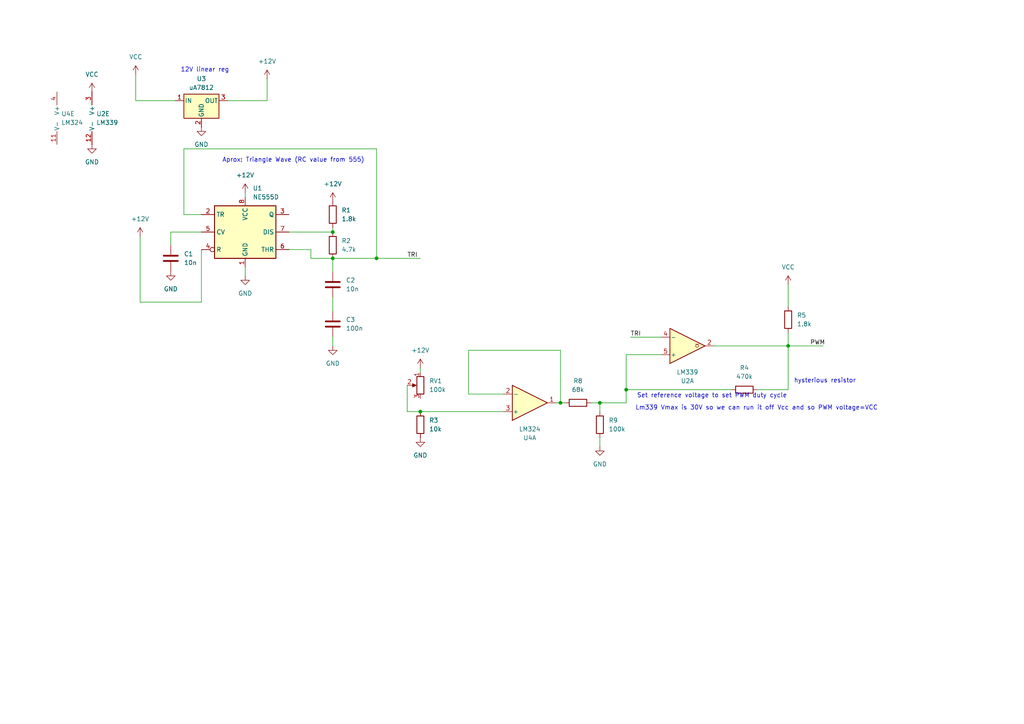
<source format=kicad_sch>
(kicad_sch (version 20231120) (generator "eeschema") (generator_version "8.0")
  (paper "A4")
  (lib_symbols
    (symbol "Amplifier_Operational:LM324" (pin_names (offset 0.127))
      (property "Reference" "U" (at 0 5.08 0))
      (property "Value" "LM324" (at 0 -5.08 0))
      (symbol "LM324_1_1"
        (polyline (pts (xy -5.08 5.08) (xy 5.08 0) (xy -5.08 -5.08) (xy -5.08 5.08)) (stroke (width 0.254)) (fill (type background)))
        (pin output line (at 7.62 0 180) (length 2.54) (name "~") (number "1"))
        (pin input line (at -7.62 -2.54 0) (length 2.54) (name "-") (number "2"))
        (pin input line (at -7.62 2.54 0) (length 2.54) (name "+") (number "3"))
      )
      (symbol "LM324_2_1"
        (polyline (pts (xy -5.08 5.08) (xy 5.08 0) (xy -5.08 -5.08) (xy -5.08 5.08)) (stroke (width 0.254)) (fill (type background)))
        (pin input line (at -7.62 2.54 0) (length 2.54) (name "+") (number "5"))
        (pin input line (at -7.62 -2.54 0) (length 2.54) (name "-") (number "6"))
        (pin output line (at 7.62 0 180) (length 2.54) (name "~") (number "7"))
      )
      (symbol "LM324_3_1"
        (polyline (pts (xy -5.08 5.08) (xy 5.08 0) (xy -5.08 -5.08) (xy -5.08 5.08)) (stroke (width 0.254)) (fill (type background)))
        (pin input line (at -7.62 2.54 0) (length 2.54) (name "+") (number "10"))
        (pin output line (at 7.62 0 180) (length 2.54) (name "~") (number "8"))
        (pin input line (at -7.62 -2.54 0) (length 2.54) (name "-") (number "9"))
      )
      (symbol "LM324_4_1"
        (polyline (pts (xy -5.08 5.08) (xy 5.08 0) (xy -5.08 -5.08) (xy -5.08 5.08)) (stroke (width 0.254)) (fill (type background)))
        (pin input line (at -7.62 2.54 0) (length 2.54) (name "+") (number "12"))
        (pin input line (at -7.62 -2.54 0) (length 2.54) (name "-") (number "13"))
        (pin output line (at 7.62 0 180) (length 2.54) (name "~") (number "14"))
      )
      (symbol "LM324_5_1"
        (pin power_in line (at -2.54 -7.62 90) (length 3.81) (name "V-") (number "11"))
        (pin power_in line (at -2.54 7.62 270) (length 3.81) (name "V+") (number "4"))
      )
    )
    (symbol "Comparator:LM339" (pin_names (offset 0.127))
      (property "Reference" "U" (at 0 5.08 0))
      (property "Value" "LM339" (at 0 -5.08 0))
      (symbol "LM339_1_1"
        (polyline (pts (xy -5.08 5.08) (xy 5.08 0) (xy -5.08 -5.08) (xy -5.08 5.08)) (stroke (width 0.254)) (fill (type background)))
        (polyline (pts (xy 3.302 -0.508) (xy 2.794 -0.508) (xy 3.302 0) (xy 2.794 0.508) (xy 2.286 0) (xy 2.794 -0.508) (xy 2.286 -0.508)) (stroke (width 0.127)))
        (pin open_collector line (at 7.62 0 180) (length 2.54) (name "~") (number "2"))
        (pin input line (at -7.62 -2.54 0) (length 2.54) (name "-") (number "4"))
        (pin input line (at -7.62 2.54 0) (length 2.54) (name "+") (number "5"))
      )
      (symbol "LM339_2_1"
        (polyline (pts (xy -5.08 5.08) (xy 5.08 0) (xy -5.08 -5.08) (xy -5.08 5.08)) (stroke (width 0.254)) (fill (type background)))
        (polyline (pts (xy 3.302 -0.508) (xy 2.794 -0.508) (xy 3.302 0) (xy 2.794 0.508) (xy 2.286 0) (xy 2.794 -0.508) (xy 2.286 -0.508)) (stroke (width 0.127)))
        (pin open_collector line (at 7.62 0 180) (length 2.54) (name "~") (number "1"))
        (pin input line (at -7.62 -2.54 0) (length 2.54) (name "-") (number "6"))
        (pin input line (at -7.62 2.54 0) (length 2.54) (name "+") (number "7"))
      )
      (symbol "LM339_3_1"
        (polyline (pts (xy -5.08 5.08) (xy 5.08 0) (xy -5.08 -5.08) (xy -5.08 5.08)) (stroke (width 0.254)) (fill (type background)))
        (polyline (pts (xy 3.302 -0.508) (xy 2.794 -0.508) (xy 3.302 0) (xy 2.794 0.508) (xy 2.286 0) (xy 2.794 -0.508) (xy 2.286 -0.508)) (stroke (width 0.127)))
        (pin input line (at -7.62 -2.54 0) (length 2.54) (name "-") (number "10"))
        (pin input line (at -7.62 2.54 0) (length 2.54) (name "+") (number "11"))
        (pin open_collector line (at 7.62 0 180) (length 2.54) (name "~") (number "13"))
      )
      (symbol "LM339_4_1"
        (polyline (pts (xy -5.08 5.08) (xy 5.08 0) (xy -5.08 -5.08) (xy -5.08 5.08)) (stroke (width 0.254)) (fill (type background)))
        (polyline (pts (xy 3.302 -0.508) (xy 2.794 -0.508) (xy 3.302 0) (xy 2.794 0.508) (xy 2.286 0) (xy 2.794 -0.508) (xy 2.286 -0.508)) (stroke (width 0.127)))
        (pin open_collector line (at 7.62 0 180) (length 2.54) (name "~") (number "14"))
        (pin input line (at -7.62 -2.54 0) (length 2.54) (name "-") (number "8"))
        (pin input line (at -7.62 2.54 0) (length 2.54) (name "+") (number "9"))
      )
      (symbol "LM339_5_1"
        (pin power_in line (at -2.54 -7.62 90) (length 3.81) (name "V-") (number "12"))
        (pin power_in line (at -2.54 7.62 270) (length 3.81) (name "V+") (number "3"))
      )
    )
    (symbol "Device:C" (pin_numbers hide) (pin_names (offset 0.254))
      (property "Reference" "C" (at 0.635 2.54 0))
      (property "Value" "C" (at 0.635 -2.54 0))
      (symbol "C_0_1"
        (polyline (pts (xy -2.032 -0.762) (xy 2.032 -0.762)) (stroke (width 0.508)))
        (polyline (pts (xy -2.032 0.762) (xy 2.032 0.762)) (stroke (width 0.508)))
      )
      (symbol "C_1_1"
        (pin passive line (at 0 3.81 270) (length 2.794) (name "~") (number "1"))
        (pin passive line (at 0 -3.81 90) (length 2.794) (name "~") (number "2"))
      )
    )
    (symbol "Device:R" (pin_numbers hide) (pin_names (offset 0))
      (property "Reference" "R" (at 2.032 0 90))
      (property "Value" "R" (at 0 0 90))
      (symbol "R_0_1"
        (rectangle (start -1.016 -2.54) (end 1.016 2.54) (stroke (width 0.254)))
      )
      (symbol "R_1_1"
        (pin passive line (at 0 3.81 270) (length 1.27) (name "~") (number "1"))
        (pin passive line (at 0 -3.81 90) (length 1.27) (name "~") (number "2"))
      )
    )
    (symbol "Device:R_Potentiometer" (pin_names (offset 1.016) hide)
      (property "Reference" "RV" (at -4.445 0 90))
      (property "Value" "R_Potentiometer" (at -2.54 0 90))
      (symbol "R_Potentiometer_0_1"
        (polyline (pts (xy 2.54 0) (xy 1.524 0)))
        (polyline (pts (xy 1.143 0) (xy 2.286 0.508) (xy 2.286 -0.508) (xy 1.143 0)) (fill (type outline)))
        (rectangle (start 1.016 2.54) (end -1.016 -2.54) (stroke (width 0.254)))
      )
      (symbol "R_Potentiometer_1_1"
        (pin passive line (at 0 3.81 270) (length 1.27) (name "1") (number "1"))
        (pin passive line (at 3.81 0 180) (length 1.27) (name "2") (number "2"))
        (pin passive line (at 0 -3.81 90) (length 1.27) (name "3") (number "3"))
      )
    )
    (symbol "Regulator_Linear:uA7812" (pin_names (offset 0.254))
      (property "Reference" "U" (at -3.81 3.175 0))
      (property "Value" "uA7812" (at 0 3.175 0))
      (symbol "uA7812_0_1"
        (rectangle (start -5.08 1.905) (end 5.08 -5.08) (stroke (width 0.254)) (fill (type background)))
      )
      (symbol "uA7812_1_1"
        (pin power_in line (at -7.62 0 0) (length 2.54) (name "IN") (number "1"))
        (pin power_in line (at 0 -7.62 90) (length 2.54) (name "GND") (number "2"))
        (pin power_out line (at 7.62 0 180) (length 2.54) (name "OUT") (number "3"))
      )
    )
    (symbol "Timer:NE555D"
      (property "Reference" "U" (at -10.16 8.89 0))
      (property "Value" "NE555D" (at 2.54 8.89 0))
      (symbol "NE555D_0_0"
        (pin power_in line (at 0 -10.16 90) (length 2.54) (name "GND") (number "1"))
        (pin power_in line (at 0 10.16 270) (length 2.54) (name "VCC") (number "8"))
      )
      (symbol "NE555D_0_1"
        (rectangle (start -8.89 -7.62) (end 8.89 7.62) (stroke (width 0.254)) (fill (type background)))
        (rectangle (start -8.89 -7.62) (end 8.89 7.62) (stroke (width 0.254)) (fill (type background)))
      )
      (symbol "NE555D_1_1"
        (pin input line (at -12.7 5.08 0) (length 3.81) (name "TR") (number "2"))
        (pin output line (at 12.7 5.08 180) (length 3.81) (name "Q") (number "3"))
        (pin input inverted (at -12.7 -5.08 0) (length 3.81) (name "R") (number "4"))
        (pin input line (at -12.7 0 0) (length 3.81) (name "CV") (number "5"))
        (pin input line (at 12.7 -5.08 180) (length 3.81) (name "THR") (number "6"))
        (pin input line (at 12.7 0 180) (length 3.81) (name "DIS") (number "7"))
      )
    )
    (symbol "power:+12V" (power) (pin_numbers hide) (pin_names (offset 0) hide)
      (property "Value" "+12V" (at 0 3.556 0))
      (symbol "+12V_0_1"
        (polyline (pts (xy -0.762 1.27) (xy 0 2.54)))
        (polyline (pts (xy 0 0) (xy 0 2.54)))
        (polyline (pts (xy 0 2.54) (xy 0.762 1.27)))
      )
      (symbol "+12V_1_1"
        (pin power_in line (at 0 0 90) (length 0) (name "~") (number "1"))
      )
    )
    (symbol "power:GND" (power) (pin_numbers hide) (pin_names (offset 0) hide)
      (property "Value" "GND" (at 0 -3.81 0))
      (symbol "GND_0_1"
        (polyline (pts (xy 0 0) (xy 0 -1.27) (xy 1.27 -1.27) (xy 0 -2.54) (xy -1.27 -1.27) (xy 0 -1.27)))
      )
      (symbol "GND_1_1"
        (pin power_in line (at 0 0 270) (length 0) (name "~") (number "1"))
      )
    )
    (symbol "power:VCC" (power) (pin_numbers hide) (pin_names (offset 0) hide)
      (property "Value" "VCC" (at 0 3.556 0))
      (symbol "VCC_0_1"
        (polyline (pts (xy -0.762 1.27) (xy 0 2.54)))
        (polyline (pts (xy 0 0) (xy 0 2.54)))
        (polyline (pts (xy 0 2.54) (xy 0.762 1.27)))
      )
      (symbol "VCC_1_1"
        (pin power_in line (at 0 0 90) (length 0) (name "~") (number "1"))
      )
    )
  )
  (junction (at 96.52 67.31))
  (junction (at 96.52 74.93))
  (junction (at 162.56 116.84))
  (junction (at 173.99 116.84))
  (junction (at 109.22 74.93))
  (junction (at 121.92 119.38))
  (junction (at 181.61 113.03))
  (junction (at 228.6 100.33))
  (wire (pts (xy 135.89 101.6) (xy 162.56 101.6)))
  (wire (pts (xy 53.34 62.23) (xy 58.42 62.23)))
  (wire (pts (xy 181.61 113.03) (xy 181.61 116.84)))
  (wire (pts (xy 191.77 97.79) (xy 182.88 97.79)))
  (wire (pts (xy 39.37 21.59) (xy 39.37 29.21)))
  (wire (pts (xy 109.22 43.18) (xy 109.22 74.93)))
  (wire (pts (xy 161.29 116.84) (xy 162.56 116.84)))
  (wire (pts (xy 146.05 114.3) (xy 135.89 114.3)))
  (wire (pts (xy 173.99 116.84) (xy 173.99 119.38)))
  (wire (pts (xy 77.47 22.86) (xy 77.47 29.21)))
  (wire (pts (xy 118.11 111.76) (xy 118.11 119.38)))
  (wire (pts (xy 58.42 67.31) (xy 49.53 67.31)))
  (wire (pts (xy 50.8 29.21) (xy 39.37 29.21)))
  (wire (pts (xy 162.56 101.6) (xy 162.56 116.84)))
  (wire (pts (xy 162.56 116.84) (xy 163.83 116.84)))
  (wire (pts (xy 58.42 87.63) (xy 40.64 87.63)))
  (wire (pts (xy 173.99 129.54) (xy 173.99 127)))
  (wire (pts (xy 96.52 66.04) (xy 96.52 67.31)))
  (wire (pts (xy 96.52 90.17) (xy 96.52 86.36)))
  (wire (pts (xy 71.12 80.01) (xy 71.12 77.47)))
  (wire (pts (xy 71.12 55.88) (xy 71.12 57.15)))
  (wire (pts (xy 135.89 114.3) (xy 135.89 101.6)))
  (wire (pts (xy 118.11 119.38) (xy 121.92 119.38)))
  (wire (pts (xy 53.34 62.23) (xy 53.34 43.18)))
  (wire (pts (xy 96.52 78.74) (xy 96.52 74.93)))
  (wire (pts (xy 228.6 96.52) (xy 228.6 100.33)))
  (wire (pts (xy 121.92 119.38) (xy 146.05 119.38)))
  (wire (pts (xy 228.6 100.33) (xy 228.6 113.03)))
  (wire (pts (xy 96.52 100.33) (xy 96.52 97.79)))
  (wire (pts (xy 53.34 43.18) (xy 109.22 43.18)))
  (wire (pts (xy 191.77 102.87) (xy 181.61 102.87)))
  (wire (pts (xy 121.92 106.68) (xy 121.92 107.95)))
  (wire (pts (xy 66.04 29.21) (xy 77.47 29.21)))
  (wire (pts (xy 96.52 67.31) (xy 83.82 67.31)))
  (wire (pts (xy 207.01 100.33) (xy 228.6 100.33)))
  (wire (pts (xy 173.99 116.84) (xy 181.61 116.84)))
  (wire (pts (xy 219.71 113.03) (xy 228.6 113.03)))
  (wire (pts (xy 228.6 82.55) (xy 228.6 88.9)))
  (wire (pts (xy 96.52 74.93) (xy 90.17 74.93)))
  (wire (pts (xy 83.82 72.39) (xy 90.17 72.39)))
  (wire (pts (xy 58.42 87.63) (xy 58.42 72.39)))
  (wire (pts (xy 181.61 113.03) (xy 212.09 113.03)))
  (wire (pts (xy 171.45 116.84) (xy 173.99 116.84)))
  (wire (pts (xy 228.6 100.33) (xy 238.76 100.33)))
  (wire (pts (xy 40.64 68.58) (xy 40.64 87.63)))
  (wire (pts (xy 109.22 74.93) (xy 121.92 74.93)))
  (wire (pts (xy 109.22 74.93) (xy 96.52 74.93)))
  (wire (pts (xy 49.53 67.31) (xy 49.53 71.12)))
  (wire (pts (xy 90.17 74.93) (xy 90.17 72.39)))
  (wire (pts (xy 181.61 102.87) (xy 181.61 113.03)))
  (text "Lm339 Vmax is 30V so we can run it off Vcc and so PWM voltage=VCC" (at 219.456 118.364 0) (effects (font (size 1.27 1.27))))
  (text "Set reference voltage to set PWM duty cycle" (at 206.502 114.808 0) (effects (font (size 1.27 1.27))))
  (text "12V linear reg" (at 59.436 20.32 0) (effects (font (size 1.27 1.27))))
  (text "Aprox: Triangle Wave (RC value from 555)" (at 85.09 46.482 0) (effects (font (size 1.27 1.27))))
  (text "hysterious resistor" (at 239.268 110.49 0) (effects (font (size 1.27 1.27))))
  (label "TRI" (at 118.11 74.93 0))
  (label "PWM" (at 234.95 100.33 0))
  (label "TRI" (at 182.88 97.79 0))
  (symbol (lib_id "power:+12V") (at 40.64 68.58 0) (unit 1)
    (property "Reference" "#PWR01" (effects (hide yes)))
    (property "Value" "+12V" (at 40.64 63.5 0))
    (property "Description" "Power symbol creates a global label with name \"+12V\"" (effects (hide yes)))
  )
  (symbol (lib_id "Device:R") (at 96.52 71.12 0) (unit 1)
    (property "Reference" "R2" (at 99.06 69.8499 0) (effects (justify left)))
    (property "Value" "4.7k" (at 99.06 72.3899 0) (effects (justify left)))
    (property "Description" "Resistor" (effects (hide yes)))
  )
  (symbol (lib_id "Device:R") (at 167.64 116.84 90) (unit 1)
    (property "Reference" "R8" (at 167.64 110.49 90))
    (property "Value" "68k" (at 167.64 113.03 90))
    (property "Description" "Resistor" (effects (hide yes)))
  )
  (symbol (lib_id "Comparator:LM339") (at 29.21 34.29 0) (unit 5)
    (property "Reference" "U2" (at 27.94 33.0199 0) (effects (justify left)))
    (property "Value" "LM339" (at 27.94 35.5599 0) (effects (justify left)))
    (property "Datasheet" "https://www.st.com/resource/en/datasheet/lm139.pdf" (effects (hide yes)))
    (property "Description" "Quad Differential Comparators, SOIC-14/TSSOP-14" (effects (hide yes)))
  )
  (symbol (lib_id "Device:R") (at 215.9 113.03 90) (unit 1)
    (property "Reference" "R4" (at 215.9 106.68 90))
    (property "Value" "470k" (at 215.9 109.22 90))
    (property "Description" "Resistor" (effects (hide yes)))
  )
  (symbol (lib_id "Device:C") (at 49.53 74.93 0) (unit 1)
    (property "Reference" "C1" (at 53.34 73.6599 0) (effects (justify left)))
    (property "Value" "10n" (at 53.34 76.1999 0) (effects (justify left)))
    (property "Description" "Unpolarized capacitor" (effects (hide yes)))
  )
  (symbol (lib_id "Device:R") (at 96.52 62.23 0) (unit 1)
    (property "Reference" "R1" (at 99.06 60.9599 0) (effects (justify left)))
    (property "Value" "1.8k" (at 99.06 63.4999 0) (effects (justify left)))
    (property "Description" "Resistor" (effects (hide yes)))
  )
  (symbol (lib_id "power:VCC") (at 39.37 21.59 0) (unit 1)
    (property "Reference" "#PWR014" (effects (hide yes)))
    (property "Value" "VCC" (at 39.37 16.51 0))
    (property "Description" "Power symbol creates a global label with name \"VCC\"" (effects (hide yes)))
  )
  (symbol (lib_id "Comparator:LM339") (at 199.39 100.33 0) (mirror x) (unit 1)
    (property "Reference" "U2" (at 199.39 110.49 0))
    (property "Value" "LM339" (at 199.39 107.95 0))
    (property "Datasheet" "https://www.st.com/resource/en/datasheet/lm139.pdf" (effects (hide yes)))
    (property "Description" "Quad Differential Comparators, SOIC-14/TSSOP-14" (effects (hide yes)))
  )
  (symbol (lib_id "Regulator_Linear:uA7812") (at 58.42 29.21 0) (unit 1)
    (property "Reference" "U3" (at 58.42 22.86 0))
    (property "Value" "uA7812" (at 58.42 25.4 0))
    (property "Datasheet" "http://www.ti.com/lit/ds/symlink/ua78.pdf" (effects (hide yes)))
    (property "Description" "Positive 1A 35V Linear Regulator, Fixed Output 12V, TO-220/TO-263" (effects (hide yes)))
  )
  (symbol (lib_id "power:VCC") (at 26.67 26.67 0) (unit 1)
    (property "Reference" "#PWR012" (effects (hide yes)))
    (property "Value" "VCC" (at 26.67 21.59 0))
    (property "Description" "Power symbol creates a global label with name \"VCC\"" (effects (hide yes)))
  )
  (symbol (lib_id "power:GND") (at 71.12 80.01 0) (unit 1)
    (property "Reference" "#PWR04" (effects (hide yes)))
    (property "Value" "GND" (at 71.12 85.09 0))
    (property "Description" "Power symbol creates a global label with name \"GND\" , ground" (effects (hide yes)))
  )
  (symbol (lib_id "power:GND") (at 96.52 100.33 0) (unit 1)
    (property "Reference" "#PWR06" (effects (hide yes)))
    (property "Value" "GND" (at 96.52 105.41 0))
    (property "Description" "Power symbol creates a global label with name \"GND\" , ground" (effects (hide yes)))
  )
  (symbol (lib_id "Device:C") (at 96.52 93.98 0) (unit 1)
    (property "Reference" "C3" (at 100.33 92.7099 0) (effects (justify left)))
    (property "Value" "100n" (at 100.33 95.2499 0) (effects (justify left)))
    (property "Description" "Unpolarized capacitor" (effects (hide yes)))
  )
  (symbol (lib_id "power:+12V") (at 96.52 58.42 0) (unit 1)
    (property "Reference" "#PWR05" (effects (hide yes)))
    (property "Value" "+12V" (at 96.52 53.34 0))
    (property "Description" "Power symbol creates a global label with name \"+12V\"" (effects (hide yes)))
  )
  (symbol (lib_id "power:GND") (at 58.42 36.83 0) (unit 1)
    (property "Reference" "#PWR015" (effects (hide yes)))
    (property "Value" "GND" (at 58.42 41.91 0))
    (property "Description" "Power symbol creates a global label with name \"GND\" , ground" (effects (hide yes)))
  )
  (symbol (lib_id "Device:R") (at 121.92 123.19 0) (unit 1)
    (property "Reference" "R3" (at 124.46 121.9199 0) (effects (justify left)))
    (property "Value" "10k" (at 124.46 124.4599 0) (effects (justify left)))
    (property "Description" "Resistor" (effects (hide yes)))
  )
  (symbol (lib_id "power:GND") (at 49.53 78.74 0) (unit 1)
    (property "Reference" "#PWR02" (effects (hide yes)))
    (property "Value" "GND" (at 49.53 83.82 0))
    (property "Description" "Power symbol creates a global label with name \"GND\" , ground" (effects (hide yes)))
  )
  (symbol (lib_id "power:GND") (at 26.67 41.91 0) (unit 1)
    (property "Reference" "#PWR013" (effects (hide yes)))
    (property "Value" "GND" (at 26.67 46.99 0))
    (property "Description" "Power symbol creates a global label with name \"GND\" , ground" (effects (hide yes)))
  )
  (symbol (lib_id "Device:R_Potentiometer") (at 121.92 111.76 0) (mirror y) (unit 1)
    (property "Reference" "RV1" (at 124.46 110.4899 0) (effects (justify right)))
    (property "Value" "100k" (at 124.46 113.0299 0) (effects (justify right)))
    (property "Description" "Potentiometer" (effects (hide yes)))
  )
  (symbol (lib_id "Device:C") (at 96.52 82.55 0) (unit 1)
    (property "Reference" "C2" (at 100.33 81.2799 0) (effects (justify left)))
    (property "Value" "10n" (at 100.33 83.8199 0) (effects (justify left)))
    (property "Description" "Unpolarized capacitor" (effects (hide yes)))
  )
  (symbol (lib_id "power:GND") (at 121.92 127 0) (unit 1)
    (property "Reference" "#PWR08" (effects (hide yes)))
    (property "Value" "GND" (at 121.92 132.08 0))
    (property "Description" "Power symbol creates a global label with name \"GND\" , ground" (effects (hide yes)))
  )
  (symbol (lib_id "power:+12V") (at 77.47 22.86 0) (unit 1)
    (property "Reference" "#PWR016" (effects (hide yes)))
    (property "Value" "+12V" (at 77.47 17.78 0))
    (property "Description" "Power symbol creates a global label with name \"+12V\"" (effects (hide yes)))
  )
  (symbol (lib_id "power:+12V") (at 121.92 106.68 0) (unit 1)
    (property "Reference" "#PWR07" (effects (hide yes)))
    (property "Value" "+12V" (at 121.92 101.6 0))
    (property "Description" "Power symbol creates a global label with name \"+12V\"" (effects (hide yes)))
  )
  (symbol (lib_id "Device:R") (at 228.6 92.71 0) (unit 1)
    (property "Reference" "R5" (at 231.14 91.4399 0) (effects (justify left)))
    (property "Value" "1.8k" (at 231.14 93.9799 0) (effects (justify left)))
    (property "Description" "Resistor" (effects (hide yes)))
  )
  (symbol (lib_id "power:VCC") (at 228.6 82.55 0) (unit 1)
    (property "Reference" "#PWR09" (effects (hide yes)))
    (property "Value" "VCC" (at 228.6 77.47 0))
    (property "Description" "Power symbol creates a global label with name \"VCC\"" (effects (hide yes)))
  )
  (symbol (lib_id "Amplifier_Operational:LM324") (at 153.67 116.84 0) (mirror x) (unit 1)
    (property "Reference" "U4" (at 153.67 127 0))
    (property "Value" "LM324" (at 153.67 124.46 0))
    (property "Datasheet" "http://www.ti.com/lit/ds/symlink/lm2902-n.pdf" (effects (hide yes)))
    (property "Description" "Low-Power, Quad-Operational Amplifiers, DIP-14/SOIC-14/SSOP-14" (effects (hide yes)))
  )
  (symbol (lib_id "power:GND") (at 173.99 129.54 0) (unit 1)
    (property "Reference" "#PWR017" (effects (hide yes)))
    (property "Value" "GND" (at 173.99 134.62 0))
    (property "Description" "Power symbol creates a global label with name \"GND\" , ground" (effects (hide yes)))
  )
  (symbol (lib_id "Timer:NE555D") (at 71.12 67.31 0) (unit 1)
    (property "Reference" "U1" (at 73.3141 54.61 0) (effects (justify left)))
    (property "Value" "NE555D" (at 73.3141 57.15 0) (effects (justify left)))
    (property "Footprint" "Package_SO:SOIC-8_3.9x4.9mm_P1.27mm" (effects (hide yes)))
    (property "Datasheet" "http://www.ti.com/lit/ds/symlink/ne555.pdf" (effects (hide yes)))
    (property "Description" "Precision Timers, 555 compatible, SOIC-8" (effects (hide yes)))
  )
  (symbol (lib_id "power:+12V") (at 71.12 55.88 0) (unit 1)
    (property "Reference" "#PWR03" (effects (hide yes)))
    (property "Value" "+12V" (at 71.12 50.8 0))
    (property "Description" "Power symbol creates a global label with name \"+12V\"" (effects (hide yes)))
  )
  (symbol (lib_id "Amplifier_Operational:LM324") (at 19.05 34.29 0) (unit 5)
    (property "Reference" "U4" (at 17.78 33.0199 0) (effects (justify left)))
    (property "Value" "LM324" (at 17.78 35.5599 0) (effects (justify left)))
    (property "Datasheet" "http://www.ti.com/lit/ds/symlink/lm2902-n.pdf" (effects (hide yes)))
    (property "Description" "Low-Power, Quad-Operational Amplifiers, DIP-14/SOIC-14/SSOP-14" (effects (hide yes)))
  )
  (symbol (lib_id "Device:R") (at 173.99 123.19 0) (unit 1)
    (property "Reference" "R9" (at 176.53 121.9199 0) (effects (justify left)))
    (property "Value" "100k" (at 176.53 124.4599 0) (effects (justify left)))
    (property "Description" "Resistor" (effects (hide yes)))
  )
)
</source>
